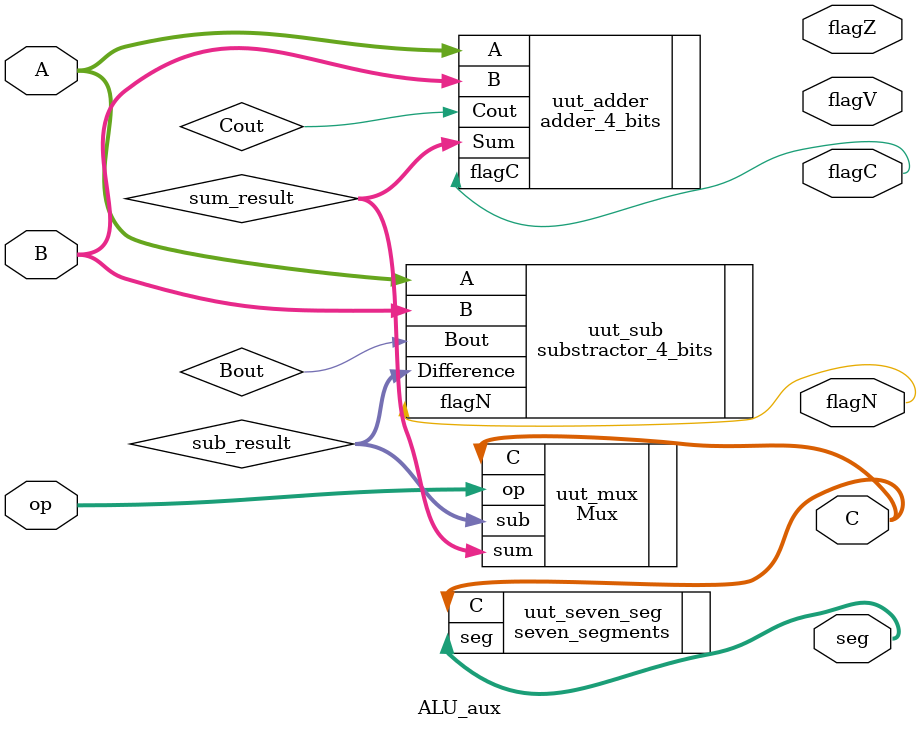
<source format=sv>
module ALU_aux #(parameter N=4) ( 

	input logic [N-1:0] A,
	input logic [N-1:0] B, 
	input [1:0] op, 
	output reg [N-1:0] C,
	output reg flagC,
	output reg flagN,
	output reg flagV,
	output reg flagZ,
	output reg [6:0] seg
	
);
										
	
  wire [N-1:0] sum_result; //Output of the adder
  wire Cout; //Carry of the adder

  wire [N-1:0] sub_result; //Output of the subtractor
  wire Bout; //Carry of the subtractor
  
  
  //Instance of the adder module
  adder_4_bits #(N) uut_adder (
    .A(A),
    .B(B),
    .Sum(sum_result),
    .Cout(Cout), 
    .flagC(flagC)
  );
	
  //Instance of the subtractor module
  substractor_4_bits #(N) uut_sub (
    .A(A),
    .B(B),
    .Difference(sub_result),
    .Bout(Bout),
    .flagN(flagN)
  );		

	Mux #(N) uut_mux(
	  .sum(sum_result),
	  .sub(sub_result),
	  .op(op),
	  .C(C)
	);
	
	
	seven_segments #(N) uut_seven_seg(
		.C(C),
		.seg(seg)
	);
	
					
endmodule 
</source>
